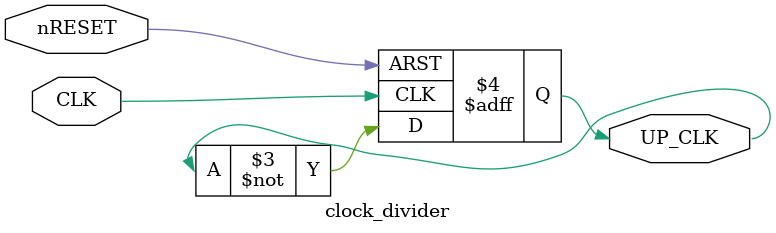
<source format=v>
module clock_divider(
	input CLK,
	input nRESET,
	output reg UP_CLK
);

always@(negedge nRESET or posedge CLK)
begin
	if(nRESET == 0)
	UP_CLK = 0;
	else
	UP_CLK = ~UP_CLK;
end
endmodule
</source>
